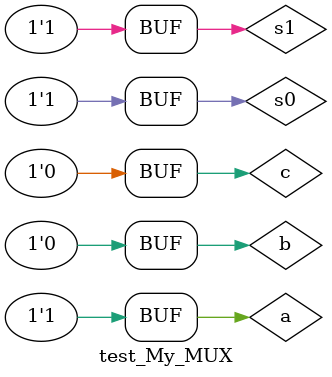
<source format=v>
`timescale 1ns / 1ps


module test_My_MUX;

	// Inputs
	reg a;
	reg b;
	reg c;
	reg s0;
	reg s1;

	// Outputs
	wire y;

	// Instantiate the Unit Under Test (UUT)
	My_MUX uut (
		.a(a), 
		.b(b), 
		.c(c), 
		.s0(s0), 
		.s1(s1), 
		.y(y)
	);

	initial begin
		// Initialize Inputs
		a = 0;
		b = 0;
		c = 0;
		s0 = 0;
		s1 = 0;

		// Wait 100 ns for global reset to finish
		#100;
        
		// Add stimulus here
		#100
		a <= 1;b<=0;c<=0;s0<=0;s1<=0;
		#100
		a<=0;b<=0;c<=1;s0<=1;s1<=0;
		#100
		a<=0;b<=0;c<=1;s0<=0;s1<=1;
		#100
		a <= 1;b<=0;c<=0;s0<=1;s1<=1;

	end
      
endmodule


</source>
